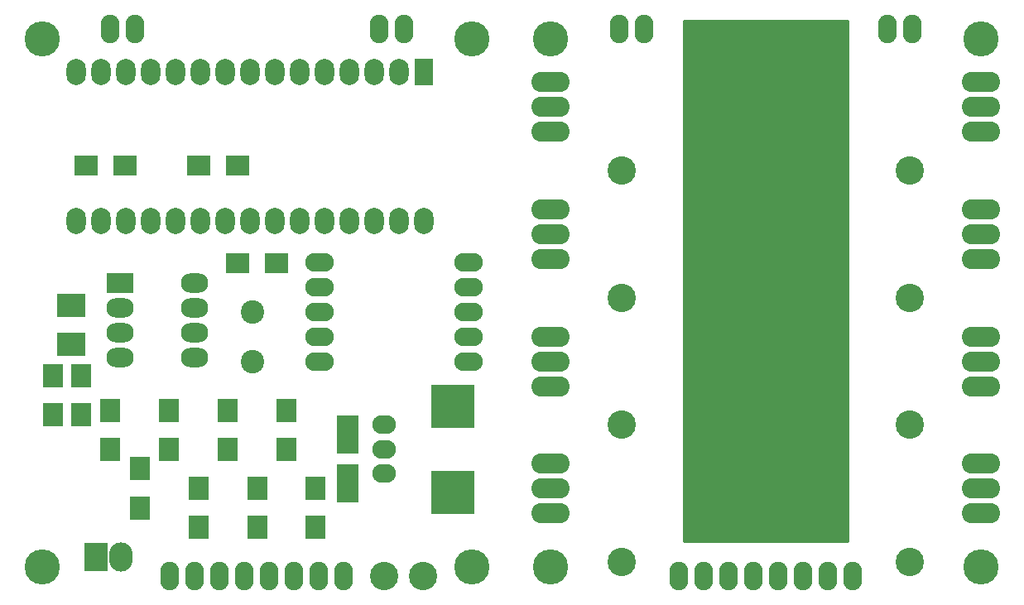
<source format=gbr>
G04 #@! TF.FileFunction,Soldermask,Top*
%FSLAX46Y46*%
G04 Gerber Fmt 4.6, Leading zero omitted, Abs format (unit mm)*
G04 Created by KiCad (PCBNEW 4.0.4-stable) date 03/17/17 17:10:39*
%MOMM*%
%LPD*%
G01*
G04 APERTURE LIST*
%ADD10C,0.100000*%
%ADD11C,2.900000*%
%ADD12C,3.600000*%
%ADD13C,2.400000*%
%ADD14O,2.924000X1.924000*%
%ADD15R,2.400000X3.000000*%
%ADD16O,2.400000X3.000000*%
%ADD17R,2.800000X2.000000*%
%ADD18O,2.800000X2.000000*%
%ADD19O,1.920000X2.920000*%
%ADD20O,2.400000X1.924000*%
%ADD21R,4.400000X4.400000*%
%ADD22R,2.400000X2.100000*%
%ADD23R,2.100000X2.400000*%
%ADD24R,1.974800X2.686000*%
%ADD25O,1.974800X2.686000*%
%ADD26C,2.899360*%
%ADD27O,3.900120X2.099260*%
%ADD28C,4.199840*%
%ADD29R,2.900000X2.400000*%
%ADD30R,2.200000X3.900000*%
%ADD31C,0.254000*%
G04 APERTURE END LIST*
D10*
D11*
X161750000Y-86500000D03*
X161750000Y-99500000D03*
X161750000Y-112500000D03*
X161750000Y-126500000D03*
X132250000Y-126500000D03*
X132250000Y-112500000D03*
X132250000Y-99500000D03*
D12*
X125000000Y-127000000D03*
X169000000Y-127000000D03*
X169000000Y-73000000D03*
D13*
X94500000Y-101000000D03*
X94500000Y-106000000D03*
D14*
X116620000Y-106080000D03*
X116620000Y-103540000D03*
X116620000Y-101000000D03*
X116620000Y-98460000D03*
X116620000Y-95920000D03*
X101380000Y-95920000D03*
X101380000Y-98460000D03*
X101380000Y-101000000D03*
X101380000Y-103540000D03*
X101380000Y-106080000D03*
D15*
X78500000Y-126000000D03*
D16*
X81040000Y-126000000D03*
D17*
X81000000Y-98000000D03*
D18*
X88620000Y-105620000D03*
X81000000Y-100540000D03*
X88620000Y-103080000D03*
X81000000Y-103080000D03*
X88620000Y-100540000D03*
X81000000Y-105620000D03*
X88620000Y-98000000D03*
D19*
X80000000Y-72000000D03*
X82540000Y-72000000D03*
X110000000Y-72000000D03*
X107460000Y-72000000D03*
D20*
X108000000Y-112500000D03*
X108000000Y-115000000D03*
X108000000Y-117500000D03*
D21*
X115000000Y-119400000D03*
X115000000Y-110600000D03*
D22*
X89000000Y-86000000D03*
X93000000Y-86000000D03*
D23*
X80000000Y-115000000D03*
X80000000Y-111000000D03*
X83000000Y-121000000D03*
X83000000Y-117000000D03*
X86000000Y-115000000D03*
X86000000Y-111000000D03*
X89000000Y-123000000D03*
X89000000Y-119000000D03*
X92000000Y-115000000D03*
X92000000Y-111000000D03*
X95000000Y-123000000D03*
X95000000Y-119000000D03*
X98000000Y-115000000D03*
X98000000Y-111000000D03*
X101000000Y-123000000D03*
X101000000Y-119000000D03*
D22*
X93000000Y-96000000D03*
X97000000Y-96000000D03*
D23*
X74100000Y-111500000D03*
X74100000Y-107500000D03*
D22*
X81500000Y-86000000D03*
X77500000Y-86000000D03*
D24*
X112050000Y-76380000D03*
D25*
X109510000Y-76380000D03*
X106970000Y-76380000D03*
X104430000Y-76380000D03*
X101890000Y-76380000D03*
X99350000Y-76380000D03*
X96810000Y-76380000D03*
X94270000Y-76380000D03*
X91730000Y-76380000D03*
X89190000Y-76380000D03*
X86650000Y-76380000D03*
X84110000Y-76380000D03*
X81570000Y-76380000D03*
X79030000Y-76380000D03*
X76490000Y-76380000D03*
X76490000Y-91620000D03*
X79030000Y-91620000D03*
X81570000Y-91620000D03*
X84110000Y-91620000D03*
X86650000Y-91620000D03*
X89190000Y-91620000D03*
X91730000Y-91620000D03*
X94270000Y-91620000D03*
X96810000Y-91620000D03*
X99350000Y-91620000D03*
X101890000Y-91620000D03*
X104430000Y-91620000D03*
X106970000Y-91620000D03*
X109510000Y-91620000D03*
X112050000Y-91620000D03*
D12*
X73000000Y-73000000D03*
X117000000Y-73000000D03*
X73000000Y-127000000D03*
X117000000Y-127000000D03*
D26*
X112000000Y-128000000D03*
X108000000Y-128000000D03*
D19*
X132000000Y-72000000D03*
X134540000Y-72000000D03*
X162000000Y-72000000D03*
X159460000Y-72000000D03*
D12*
X125000000Y-73000000D03*
D11*
X132250000Y-86500000D03*
D27*
X169000000Y-119000000D03*
X169000000Y-121540000D03*
X169000000Y-116460000D03*
D28*
X151236000Y-119000000D03*
D27*
X169000000Y-106000000D03*
X169000000Y-108540000D03*
X169000000Y-103460000D03*
D28*
X151236000Y-106000000D03*
D27*
X169000000Y-93000000D03*
X169000000Y-95540000D03*
X169000000Y-90460000D03*
D28*
X151236000Y-93000000D03*
D27*
X169000000Y-80000000D03*
X169000000Y-82540000D03*
X169000000Y-77460000D03*
D28*
X151236000Y-80000000D03*
D27*
X125000000Y-80000000D03*
X125000000Y-77460000D03*
X125000000Y-82540000D03*
D28*
X142764000Y-80000000D03*
D27*
X125000000Y-93000000D03*
X125000000Y-90460000D03*
X125000000Y-95540000D03*
D28*
X142764000Y-93000000D03*
D27*
X125000000Y-106000000D03*
X125000000Y-103460000D03*
X125000000Y-108540000D03*
D28*
X142764000Y-106000000D03*
D27*
X125000000Y-119000000D03*
X125000000Y-116460000D03*
X125000000Y-121540000D03*
D28*
X142764000Y-119000000D03*
D19*
X86100000Y-128000000D03*
X88640000Y-128000000D03*
X91180000Y-128000000D03*
X93720000Y-128000000D03*
X96260000Y-128000000D03*
X98800000Y-128000000D03*
X101340000Y-128000000D03*
X103880000Y-128000000D03*
X138100000Y-128000000D03*
X140640000Y-128000000D03*
X143180000Y-128000000D03*
X145720000Y-128000000D03*
X148260000Y-128000000D03*
X150800000Y-128000000D03*
X153340000Y-128000000D03*
X155880000Y-128000000D03*
D23*
X77000000Y-107500000D03*
X77000000Y-111500000D03*
D29*
X76000000Y-100250000D03*
X76000000Y-104250000D03*
D30*
X104250000Y-113500000D03*
X104250000Y-118500000D03*
D31*
G36*
X155373000Y-124373000D02*
X138627000Y-124373000D01*
X138627000Y-71127000D01*
X155373000Y-71127000D01*
X155373000Y-124373000D01*
X155373000Y-124373000D01*
G37*
X155373000Y-124373000D02*
X138627000Y-124373000D01*
X138627000Y-71127000D01*
X155373000Y-71127000D01*
X155373000Y-124373000D01*
M02*

</source>
